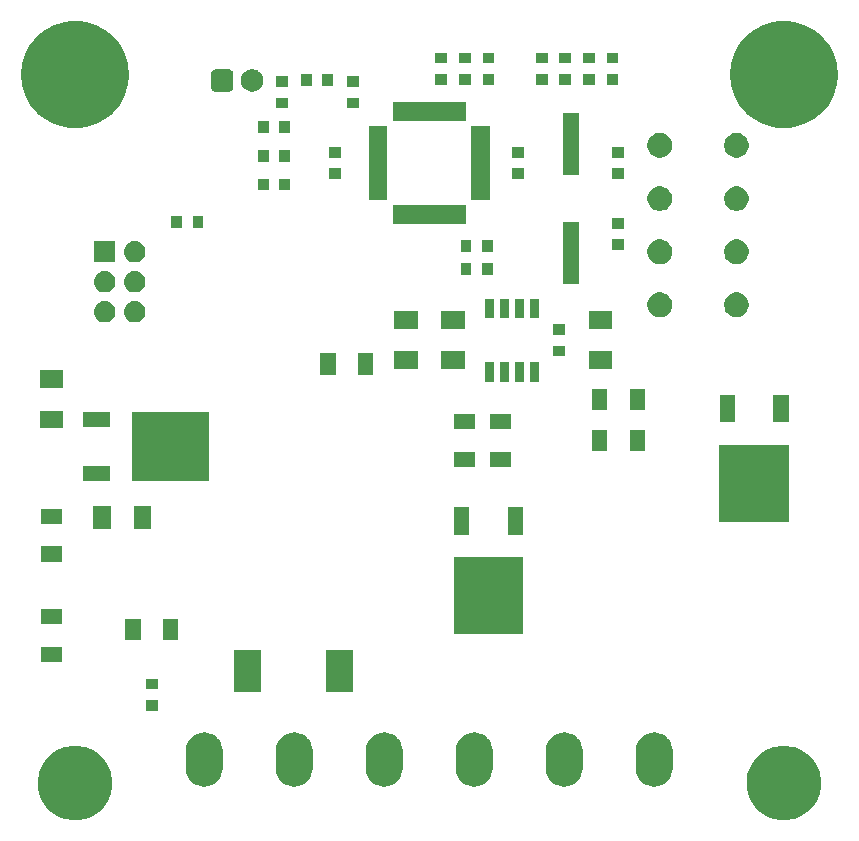
<source format=gbr>
%TF.GenerationSoftware,KiCad,Pcbnew,(5.1.0-rc1)*%
%TF.CreationDate,2020-07-29T19:39:05+03:00*%
%TF.ProjectId,home_pwm,686f6d65-5f70-4776-9d2e-6b696361645f,rev?*%
%TF.SameCoordinates,Original*%
%TF.FileFunction,Soldermask,Bot*%
%TF.FilePolarity,Negative*%
%FSLAX46Y46*%
G04 Gerber Fmt 4.6, Leading zero omitted, Abs format (unit mm)*
G04 Created by KiCad (PCBNEW (5.1.0-rc1)) date 2020-07-29 19:39:05*
%MOMM*%
%LPD*%
G04 APERTURE LIST*
%ADD10C,0.100000*%
G04 APERTURE END LIST*
D10*
G36*
X130716191Y-139429727D02*
G01*
X130919113Y-139470091D01*
X131492558Y-139707620D01*
X132008645Y-140052459D01*
X132447541Y-140491355D01*
X132792381Y-141007444D01*
X133029909Y-141580888D01*
X133082726Y-141846414D01*
X133151000Y-142189654D01*
X133151000Y-142810346D01*
X133029909Y-143419113D01*
X132792380Y-143992558D01*
X132447541Y-144508645D01*
X132008645Y-144947541D01*
X131492558Y-145292380D01*
X130919113Y-145529909D01*
X130716191Y-145570273D01*
X130310348Y-145651000D01*
X129689652Y-145651000D01*
X129283809Y-145570273D01*
X129080887Y-145529909D01*
X128507442Y-145292380D01*
X127991355Y-144947541D01*
X127552459Y-144508645D01*
X127207620Y-143992558D01*
X126970091Y-143419113D01*
X126849000Y-142810346D01*
X126849000Y-142189654D01*
X126917275Y-141846414D01*
X126970091Y-141580888D01*
X127207619Y-141007444D01*
X127552459Y-140491355D01*
X127991355Y-140052459D01*
X128507442Y-139707620D01*
X129080887Y-139470091D01*
X129283809Y-139429727D01*
X129689652Y-139349000D01*
X130310348Y-139349000D01*
X130716191Y-139429727D01*
X130716191Y-139429727D01*
G37*
G36*
X70716191Y-139429727D02*
G01*
X70919113Y-139470091D01*
X71492558Y-139707620D01*
X72008645Y-140052459D01*
X72447541Y-140491355D01*
X72792381Y-141007444D01*
X73029909Y-141580888D01*
X73082726Y-141846414D01*
X73151000Y-142189654D01*
X73151000Y-142810346D01*
X73029909Y-143419113D01*
X72792380Y-143992558D01*
X72447541Y-144508645D01*
X72008645Y-144947541D01*
X71492558Y-145292380D01*
X70919113Y-145529909D01*
X70716191Y-145570273D01*
X70310348Y-145651000D01*
X69689652Y-145651000D01*
X69283809Y-145570273D01*
X69080887Y-145529909D01*
X68507442Y-145292380D01*
X67991355Y-144947541D01*
X67552459Y-144508645D01*
X67207620Y-143992558D01*
X66970091Y-143419113D01*
X66849000Y-142810346D01*
X66849000Y-142189654D01*
X66917275Y-141846414D01*
X66970091Y-141580888D01*
X67207619Y-141007444D01*
X67552459Y-140491355D01*
X67991355Y-140052459D01*
X68507442Y-139707620D01*
X69080887Y-139470091D01*
X69283809Y-139429727D01*
X69689652Y-139349000D01*
X70310348Y-139349000D01*
X70716191Y-139429727D01*
X70716191Y-139429727D01*
G37*
G36*
X81254048Y-138221442D02*
G01*
X81546413Y-138310130D01*
X81546415Y-138310131D01*
X81815856Y-138454150D01*
X81815858Y-138454151D01*
X81815857Y-138454151D01*
X82052029Y-138647971D01*
X82139395Y-138754426D01*
X82245850Y-138884142D01*
X82389869Y-139153584D01*
X82389870Y-139153586D01*
X82478558Y-139445951D01*
X82501000Y-139673810D01*
X82501000Y-141326190D01*
X82478558Y-141554049D01*
X82470416Y-141580888D01*
X82389869Y-141846416D01*
X82245850Y-142115858D01*
X82052029Y-142352029D01*
X81815858Y-142545850D01*
X81546416Y-142689869D01*
X81546414Y-142689870D01*
X81254049Y-142778558D01*
X80950000Y-142808504D01*
X80645952Y-142778558D01*
X80353587Y-142689870D01*
X80353585Y-142689869D01*
X80084143Y-142545850D01*
X79847972Y-142352029D01*
X79654151Y-142115858D01*
X79510132Y-141846416D01*
X79429584Y-141580888D01*
X79421442Y-141554049D01*
X79399000Y-141326190D01*
X79399000Y-139673811D01*
X79421442Y-139445952D01*
X79510130Y-139153587D01*
X79654151Y-138884143D01*
X79847971Y-138647971D01*
X79954426Y-138560605D01*
X80084142Y-138454150D01*
X80353584Y-138310131D01*
X80353586Y-138310130D01*
X80645951Y-138221442D01*
X80950000Y-138191496D01*
X81254048Y-138221442D01*
X81254048Y-138221442D01*
G37*
G36*
X104114048Y-138221442D02*
G01*
X104406413Y-138310130D01*
X104406415Y-138310131D01*
X104675856Y-138454150D01*
X104675858Y-138454151D01*
X104675857Y-138454151D01*
X104912029Y-138647971D01*
X104999395Y-138754426D01*
X105105850Y-138884142D01*
X105249869Y-139153584D01*
X105249870Y-139153586D01*
X105338558Y-139445951D01*
X105361000Y-139673810D01*
X105361000Y-141326190D01*
X105338558Y-141554049D01*
X105330416Y-141580888D01*
X105249869Y-141846416D01*
X105105850Y-142115858D01*
X104912029Y-142352029D01*
X104675858Y-142545850D01*
X104406416Y-142689869D01*
X104406414Y-142689870D01*
X104114049Y-142778558D01*
X103810000Y-142808504D01*
X103505952Y-142778558D01*
X103213587Y-142689870D01*
X103213585Y-142689869D01*
X102944143Y-142545850D01*
X102707972Y-142352029D01*
X102514151Y-142115858D01*
X102370132Y-141846416D01*
X102289584Y-141580888D01*
X102281442Y-141554049D01*
X102259000Y-141326190D01*
X102259000Y-139673811D01*
X102281442Y-139445952D01*
X102370130Y-139153587D01*
X102514151Y-138884143D01*
X102707971Y-138647971D01*
X102814426Y-138560605D01*
X102944142Y-138454150D01*
X103213584Y-138310131D01*
X103213586Y-138310130D01*
X103505951Y-138221442D01*
X103810000Y-138191496D01*
X104114048Y-138221442D01*
X104114048Y-138221442D01*
G37*
G36*
X96494048Y-138221442D02*
G01*
X96786413Y-138310130D01*
X96786415Y-138310131D01*
X97055856Y-138454150D01*
X97055858Y-138454151D01*
X97055857Y-138454151D01*
X97292029Y-138647971D01*
X97379395Y-138754426D01*
X97485850Y-138884142D01*
X97629869Y-139153584D01*
X97629870Y-139153586D01*
X97718558Y-139445951D01*
X97741000Y-139673810D01*
X97741000Y-141326190D01*
X97718558Y-141554049D01*
X97710416Y-141580888D01*
X97629869Y-141846416D01*
X97485850Y-142115858D01*
X97292029Y-142352029D01*
X97055858Y-142545850D01*
X96786416Y-142689869D01*
X96786414Y-142689870D01*
X96494049Y-142778558D01*
X96190000Y-142808504D01*
X95885952Y-142778558D01*
X95593587Y-142689870D01*
X95593585Y-142689869D01*
X95324143Y-142545850D01*
X95087972Y-142352029D01*
X94894151Y-142115858D01*
X94750132Y-141846416D01*
X94669584Y-141580888D01*
X94661442Y-141554049D01*
X94639000Y-141326190D01*
X94639000Y-139673811D01*
X94661442Y-139445952D01*
X94750130Y-139153587D01*
X94894151Y-138884143D01*
X95087971Y-138647971D01*
X95194426Y-138560605D01*
X95324142Y-138454150D01*
X95593584Y-138310131D01*
X95593586Y-138310130D01*
X95885951Y-138221442D01*
X96190000Y-138191496D01*
X96494048Y-138221442D01*
X96494048Y-138221442D01*
G37*
G36*
X111734048Y-138221442D02*
G01*
X112026413Y-138310130D01*
X112026415Y-138310131D01*
X112295856Y-138454150D01*
X112295858Y-138454151D01*
X112295857Y-138454151D01*
X112532029Y-138647971D01*
X112619395Y-138754426D01*
X112725850Y-138884142D01*
X112869869Y-139153584D01*
X112869870Y-139153586D01*
X112958558Y-139445951D01*
X112981000Y-139673810D01*
X112981000Y-141326190D01*
X112958558Y-141554049D01*
X112950416Y-141580888D01*
X112869869Y-141846416D01*
X112725850Y-142115858D01*
X112532029Y-142352029D01*
X112295858Y-142545850D01*
X112026416Y-142689869D01*
X112026414Y-142689870D01*
X111734049Y-142778558D01*
X111430000Y-142808504D01*
X111125952Y-142778558D01*
X110833587Y-142689870D01*
X110833585Y-142689869D01*
X110564143Y-142545850D01*
X110327972Y-142352029D01*
X110134151Y-142115858D01*
X109990132Y-141846416D01*
X109909584Y-141580888D01*
X109901442Y-141554049D01*
X109879000Y-141326190D01*
X109879000Y-139673811D01*
X109901442Y-139445952D01*
X109990130Y-139153587D01*
X110134151Y-138884143D01*
X110327971Y-138647971D01*
X110434426Y-138560605D01*
X110564142Y-138454150D01*
X110833584Y-138310131D01*
X110833586Y-138310130D01*
X111125951Y-138221442D01*
X111430000Y-138191496D01*
X111734048Y-138221442D01*
X111734048Y-138221442D01*
G37*
G36*
X88874048Y-138221442D02*
G01*
X89166413Y-138310130D01*
X89166415Y-138310131D01*
X89435856Y-138454150D01*
X89435858Y-138454151D01*
X89435857Y-138454151D01*
X89672029Y-138647971D01*
X89759395Y-138754426D01*
X89865850Y-138884142D01*
X90009869Y-139153584D01*
X90009870Y-139153586D01*
X90098558Y-139445951D01*
X90121000Y-139673810D01*
X90121000Y-141326190D01*
X90098558Y-141554049D01*
X90090416Y-141580888D01*
X90009869Y-141846416D01*
X89865850Y-142115858D01*
X89672029Y-142352029D01*
X89435858Y-142545850D01*
X89166416Y-142689869D01*
X89166414Y-142689870D01*
X88874049Y-142778558D01*
X88570000Y-142808504D01*
X88265952Y-142778558D01*
X87973587Y-142689870D01*
X87973585Y-142689869D01*
X87704143Y-142545850D01*
X87467972Y-142352029D01*
X87274151Y-142115858D01*
X87130132Y-141846416D01*
X87049584Y-141580888D01*
X87041442Y-141554049D01*
X87019000Y-141326190D01*
X87019000Y-139673811D01*
X87041442Y-139445952D01*
X87130130Y-139153587D01*
X87274151Y-138884143D01*
X87467971Y-138647971D01*
X87574426Y-138560605D01*
X87704142Y-138454150D01*
X87973584Y-138310131D01*
X87973586Y-138310130D01*
X88265951Y-138221442D01*
X88570000Y-138191496D01*
X88874048Y-138221442D01*
X88874048Y-138221442D01*
G37*
G36*
X119354048Y-138221442D02*
G01*
X119646413Y-138310130D01*
X119646415Y-138310131D01*
X119915856Y-138454150D01*
X119915858Y-138454151D01*
X119915857Y-138454151D01*
X120152029Y-138647971D01*
X120239395Y-138754426D01*
X120345850Y-138884142D01*
X120489869Y-139153584D01*
X120489870Y-139153586D01*
X120578558Y-139445951D01*
X120601000Y-139673810D01*
X120601000Y-141326190D01*
X120578558Y-141554049D01*
X120570416Y-141580888D01*
X120489869Y-141846416D01*
X120345850Y-142115858D01*
X120152029Y-142352029D01*
X119915858Y-142545850D01*
X119646416Y-142689869D01*
X119646414Y-142689870D01*
X119354049Y-142778558D01*
X119050000Y-142808504D01*
X118745952Y-142778558D01*
X118453587Y-142689870D01*
X118453585Y-142689869D01*
X118184143Y-142545850D01*
X117947972Y-142352029D01*
X117754151Y-142115858D01*
X117610132Y-141846416D01*
X117529584Y-141580888D01*
X117521442Y-141554049D01*
X117499000Y-141326190D01*
X117499000Y-139673811D01*
X117521442Y-139445952D01*
X117610130Y-139153587D01*
X117754151Y-138884143D01*
X117947971Y-138647971D01*
X118054426Y-138560605D01*
X118184142Y-138454150D01*
X118453584Y-138310131D01*
X118453586Y-138310130D01*
X118745951Y-138221442D01*
X119050000Y-138191496D01*
X119354048Y-138221442D01*
X119354048Y-138221442D01*
G37*
G36*
X77001000Y-136351000D02*
G01*
X75999000Y-136351000D01*
X75999000Y-135449000D01*
X77001000Y-135449000D01*
X77001000Y-136351000D01*
X77001000Y-136351000D01*
G37*
G36*
X85751000Y-134751000D02*
G01*
X83449000Y-134751000D01*
X83449000Y-131249000D01*
X85751000Y-131249000D01*
X85751000Y-134751000D01*
X85751000Y-134751000D01*
G37*
G36*
X93551000Y-134751000D02*
G01*
X91249000Y-134751000D01*
X91249000Y-131249000D01*
X93551000Y-131249000D01*
X93551000Y-134751000D01*
X93551000Y-134751000D01*
G37*
G36*
X77001000Y-134551000D02*
G01*
X75999000Y-134551000D01*
X75999000Y-133649000D01*
X77001000Y-133649000D01*
X77001000Y-134551000D01*
X77001000Y-134551000D01*
G37*
G36*
X68901000Y-132251000D02*
G01*
X67099000Y-132251000D01*
X67099000Y-130949000D01*
X68901000Y-130949000D01*
X68901000Y-132251000D01*
X68901000Y-132251000D01*
G37*
G36*
X75551000Y-130401000D02*
G01*
X74249000Y-130401000D01*
X74249000Y-128599000D01*
X75551000Y-128599000D01*
X75551000Y-130401000D01*
X75551000Y-130401000D01*
G37*
G36*
X78751000Y-130401000D02*
G01*
X77449000Y-130401000D01*
X77449000Y-128599000D01*
X78751000Y-128599000D01*
X78751000Y-130401000D01*
X78751000Y-130401000D01*
G37*
G36*
X107951000Y-129851000D02*
G01*
X102049000Y-129851000D01*
X102049000Y-123349000D01*
X107951000Y-123349000D01*
X107951000Y-129851000D01*
X107951000Y-129851000D01*
G37*
G36*
X68901000Y-129051000D02*
G01*
X67099000Y-129051000D01*
X67099000Y-127749000D01*
X68901000Y-127749000D01*
X68901000Y-129051000D01*
X68901000Y-129051000D01*
G37*
G36*
X68901000Y-123751000D02*
G01*
X67099000Y-123751000D01*
X67099000Y-122449000D01*
X68901000Y-122449000D01*
X68901000Y-123751000D01*
X68901000Y-123751000D01*
G37*
G36*
X103371000Y-121451000D02*
G01*
X102069000Y-121451000D01*
X102069000Y-119149000D01*
X103371000Y-119149000D01*
X103371000Y-121451000D01*
X103371000Y-121451000D01*
G37*
G36*
X107931000Y-121451000D02*
G01*
X106629000Y-121451000D01*
X106629000Y-119149000D01*
X107931000Y-119149000D01*
X107931000Y-121451000D01*
X107931000Y-121451000D01*
G37*
G36*
X76451000Y-121001000D02*
G01*
X74949000Y-121001000D01*
X74949000Y-118999000D01*
X76451000Y-118999000D01*
X76451000Y-121001000D01*
X76451000Y-121001000D01*
G37*
G36*
X73051000Y-121001000D02*
G01*
X71549000Y-121001000D01*
X71549000Y-118999000D01*
X73051000Y-118999000D01*
X73051000Y-121001000D01*
X73051000Y-121001000D01*
G37*
G36*
X68901000Y-120551000D02*
G01*
X67099000Y-120551000D01*
X67099000Y-119249000D01*
X68901000Y-119249000D01*
X68901000Y-120551000D01*
X68901000Y-120551000D01*
G37*
G36*
X130451000Y-120351000D02*
G01*
X124549000Y-120351000D01*
X124549000Y-113849000D01*
X130451000Y-113849000D01*
X130451000Y-120351000D01*
X130451000Y-120351000D01*
G37*
G36*
X81351000Y-116951000D02*
G01*
X74849000Y-116951000D01*
X74849000Y-111049000D01*
X81351000Y-111049000D01*
X81351000Y-116951000D01*
X81351000Y-116951000D01*
G37*
G36*
X72951000Y-116931000D02*
G01*
X70649000Y-116931000D01*
X70649000Y-115629000D01*
X72951000Y-115629000D01*
X72951000Y-116931000D01*
X72951000Y-116931000D01*
G37*
G36*
X106901000Y-115751000D02*
G01*
X105099000Y-115751000D01*
X105099000Y-114449000D01*
X106901000Y-114449000D01*
X106901000Y-115751000D01*
X106901000Y-115751000D01*
G37*
G36*
X103901000Y-115751000D02*
G01*
X102099000Y-115751000D01*
X102099000Y-114449000D01*
X103901000Y-114449000D01*
X103901000Y-115751000D01*
X103901000Y-115751000D01*
G37*
G36*
X115051000Y-114401000D02*
G01*
X113749000Y-114401000D01*
X113749000Y-112599000D01*
X115051000Y-112599000D01*
X115051000Y-114401000D01*
X115051000Y-114401000D01*
G37*
G36*
X118251000Y-114401000D02*
G01*
X116949000Y-114401000D01*
X116949000Y-112599000D01*
X118251000Y-112599000D01*
X118251000Y-114401000D01*
X118251000Y-114401000D01*
G37*
G36*
X106901000Y-112551000D02*
G01*
X105099000Y-112551000D01*
X105099000Y-111249000D01*
X106901000Y-111249000D01*
X106901000Y-112551000D01*
X106901000Y-112551000D01*
G37*
G36*
X103901000Y-112551000D02*
G01*
X102099000Y-112551000D01*
X102099000Y-111249000D01*
X103901000Y-111249000D01*
X103901000Y-112551000D01*
X103901000Y-112551000D01*
G37*
G36*
X69001000Y-112451000D02*
G01*
X66999000Y-112451000D01*
X66999000Y-110949000D01*
X69001000Y-110949000D01*
X69001000Y-112451000D01*
X69001000Y-112451000D01*
G37*
G36*
X72951000Y-112371000D02*
G01*
X70649000Y-112371000D01*
X70649000Y-111069000D01*
X72951000Y-111069000D01*
X72951000Y-112371000D01*
X72951000Y-112371000D01*
G37*
G36*
X125871000Y-111951000D02*
G01*
X124569000Y-111951000D01*
X124569000Y-109649000D01*
X125871000Y-109649000D01*
X125871000Y-111951000D01*
X125871000Y-111951000D01*
G37*
G36*
X130431000Y-111951000D02*
G01*
X129129000Y-111951000D01*
X129129000Y-109649000D01*
X130431000Y-109649000D01*
X130431000Y-111951000D01*
X130431000Y-111951000D01*
G37*
G36*
X118251000Y-110901000D02*
G01*
X116949000Y-110901000D01*
X116949000Y-109099000D01*
X118251000Y-109099000D01*
X118251000Y-110901000D01*
X118251000Y-110901000D01*
G37*
G36*
X115051000Y-110901000D02*
G01*
X113749000Y-110901000D01*
X113749000Y-109099000D01*
X115051000Y-109099000D01*
X115051000Y-110901000D01*
X115051000Y-110901000D01*
G37*
G36*
X69001000Y-109051000D02*
G01*
X66999000Y-109051000D01*
X66999000Y-107549000D01*
X69001000Y-107549000D01*
X69001000Y-109051000D01*
X69001000Y-109051000D01*
G37*
G36*
X106716000Y-108526000D02*
G01*
X106014000Y-108526000D01*
X106014000Y-106874000D01*
X106716000Y-106874000D01*
X106716000Y-108526000D01*
X106716000Y-108526000D01*
G37*
G36*
X105446000Y-108526000D02*
G01*
X104744000Y-108526000D01*
X104744000Y-106874000D01*
X105446000Y-106874000D01*
X105446000Y-108526000D01*
X105446000Y-108526000D01*
G37*
G36*
X109256000Y-108526000D02*
G01*
X108554000Y-108526000D01*
X108554000Y-106874000D01*
X109256000Y-106874000D01*
X109256000Y-108526000D01*
X109256000Y-108526000D01*
G37*
G36*
X107986000Y-108526000D02*
G01*
X107284000Y-108526000D01*
X107284000Y-106874000D01*
X107986000Y-106874000D01*
X107986000Y-108526000D01*
X107986000Y-108526000D01*
G37*
G36*
X95251000Y-107901000D02*
G01*
X93949000Y-107901000D01*
X93949000Y-106099000D01*
X95251000Y-106099000D01*
X95251000Y-107901000D01*
X95251000Y-107901000D01*
G37*
G36*
X92051000Y-107901000D02*
G01*
X90749000Y-107901000D01*
X90749000Y-106099000D01*
X92051000Y-106099000D01*
X92051000Y-107901000D01*
X92051000Y-107901000D01*
G37*
G36*
X99001000Y-107451000D02*
G01*
X96999000Y-107451000D01*
X96999000Y-105949000D01*
X99001000Y-105949000D01*
X99001000Y-107451000D01*
X99001000Y-107451000D01*
G37*
G36*
X115501000Y-107451000D02*
G01*
X113499000Y-107451000D01*
X113499000Y-105949000D01*
X115501000Y-105949000D01*
X115501000Y-107451000D01*
X115501000Y-107451000D01*
G37*
G36*
X103001000Y-107451000D02*
G01*
X100999000Y-107451000D01*
X100999000Y-105949000D01*
X103001000Y-105949000D01*
X103001000Y-107451000D01*
X103001000Y-107451000D01*
G37*
G36*
X111501000Y-106351000D02*
G01*
X110499000Y-106351000D01*
X110499000Y-105449000D01*
X111501000Y-105449000D01*
X111501000Y-106351000D01*
X111501000Y-106351000D01*
G37*
G36*
X111501000Y-104551000D02*
G01*
X110499000Y-104551000D01*
X110499000Y-103649000D01*
X111501000Y-103649000D01*
X111501000Y-104551000D01*
X111501000Y-104551000D01*
G37*
G36*
X103001000Y-104051000D02*
G01*
X100999000Y-104051000D01*
X100999000Y-102549000D01*
X103001000Y-102549000D01*
X103001000Y-104051000D01*
X103001000Y-104051000D01*
G37*
G36*
X115501000Y-104051000D02*
G01*
X113499000Y-104051000D01*
X113499000Y-102549000D01*
X115501000Y-102549000D01*
X115501000Y-104051000D01*
X115501000Y-104051000D01*
G37*
G36*
X99001000Y-104051000D02*
G01*
X96999000Y-104051000D01*
X96999000Y-102549000D01*
X99001000Y-102549000D01*
X99001000Y-104051000D01*
X99001000Y-104051000D01*
G37*
G36*
X72679294Y-101678633D02*
G01*
X72851695Y-101730931D01*
X73010583Y-101815858D01*
X73149849Y-101930151D01*
X73264142Y-102069417D01*
X73349069Y-102228305D01*
X73401367Y-102400706D01*
X73419025Y-102580000D01*
X73401367Y-102759294D01*
X73349069Y-102931695D01*
X73264142Y-103090583D01*
X73149849Y-103229849D01*
X73010583Y-103344142D01*
X72851695Y-103429069D01*
X72679294Y-103481367D01*
X72544931Y-103494600D01*
X72455069Y-103494600D01*
X72320706Y-103481367D01*
X72148305Y-103429069D01*
X71989417Y-103344142D01*
X71850151Y-103229849D01*
X71735858Y-103090583D01*
X71650931Y-102931695D01*
X71598633Y-102759294D01*
X71580975Y-102580000D01*
X71598633Y-102400706D01*
X71650931Y-102228305D01*
X71735858Y-102069417D01*
X71850151Y-101930151D01*
X71989417Y-101815858D01*
X72148305Y-101730931D01*
X72320706Y-101678633D01*
X72455069Y-101665400D01*
X72544931Y-101665400D01*
X72679294Y-101678633D01*
X72679294Y-101678633D01*
G37*
G36*
X75219294Y-101678633D02*
G01*
X75391695Y-101730931D01*
X75550583Y-101815858D01*
X75689849Y-101930151D01*
X75804142Y-102069417D01*
X75889069Y-102228305D01*
X75941367Y-102400706D01*
X75959025Y-102580000D01*
X75941367Y-102759294D01*
X75889069Y-102931695D01*
X75804142Y-103090583D01*
X75689849Y-103229849D01*
X75550583Y-103344142D01*
X75391695Y-103429069D01*
X75219294Y-103481367D01*
X75084931Y-103494600D01*
X74995069Y-103494600D01*
X74860706Y-103481367D01*
X74688305Y-103429069D01*
X74529417Y-103344142D01*
X74390151Y-103229849D01*
X74275858Y-103090583D01*
X74190931Y-102931695D01*
X74138633Y-102759294D01*
X74120975Y-102580000D01*
X74138633Y-102400706D01*
X74190931Y-102228305D01*
X74275858Y-102069417D01*
X74390151Y-101930151D01*
X74529417Y-101815858D01*
X74688305Y-101730931D01*
X74860706Y-101678633D01*
X74995069Y-101665400D01*
X75084931Y-101665400D01*
X75219294Y-101678633D01*
X75219294Y-101678633D01*
G37*
G36*
X105446000Y-103126000D02*
G01*
X104744000Y-103126000D01*
X104744000Y-101474000D01*
X105446000Y-101474000D01*
X105446000Y-103126000D01*
X105446000Y-103126000D01*
G37*
G36*
X107986000Y-103126000D02*
G01*
X107284000Y-103126000D01*
X107284000Y-101474000D01*
X107986000Y-101474000D01*
X107986000Y-103126000D01*
X107986000Y-103126000D01*
G37*
G36*
X106716000Y-103126000D02*
G01*
X106014000Y-103126000D01*
X106014000Y-101474000D01*
X106716000Y-101474000D01*
X106716000Y-103126000D01*
X106716000Y-103126000D01*
G37*
G36*
X109256000Y-103126000D02*
G01*
X108554000Y-103126000D01*
X108554000Y-101474000D01*
X109256000Y-101474000D01*
X109256000Y-103126000D01*
X109256000Y-103126000D01*
G37*
G36*
X119806564Y-100989389D02*
G01*
X119997833Y-101068615D01*
X119997835Y-101068616D01*
X120169973Y-101183635D01*
X120316365Y-101330027D01*
X120412565Y-101474000D01*
X120431385Y-101502167D01*
X120510611Y-101693436D01*
X120551000Y-101896484D01*
X120551000Y-102103516D01*
X120510611Y-102306564D01*
X120431385Y-102497833D01*
X120431384Y-102497835D01*
X120316365Y-102669973D01*
X120169973Y-102816365D01*
X119997835Y-102931384D01*
X119997834Y-102931385D01*
X119997833Y-102931385D01*
X119806564Y-103010611D01*
X119603516Y-103051000D01*
X119396484Y-103051000D01*
X119193436Y-103010611D01*
X119002167Y-102931385D01*
X119002166Y-102931385D01*
X119002165Y-102931384D01*
X118830027Y-102816365D01*
X118683635Y-102669973D01*
X118568616Y-102497835D01*
X118568615Y-102497833D01*
X118489389Y-102306564D01*
X118449000Y-102103516D01*
X118449000Y-101896484D01*
X118489389Y-101693436D01*
X118568615Y-101502167D01*
X118587436Y-101474000D01*
X118683635Y-101330027D01*
X118830027Y-101183635D01*
X119002165Y-101068616D01*
X119002167Y-101068615D01*
X119193436Y-100989389D01*
X119396484Y-100949000D01*
X119603516Y-100949000D01*
X119806564Y-100989389D01*
X119806564Y-100989389D01*
G37*
G36*
X126306564Y-100989389D02*
G01*
X126497833Y-101068615D01*
X126497835Y-101068616D01*
X126669973Y-101183635D01*
X126816365Y-101330027D01*
X126912565Y-101474000D01*
X126931385Y-101502167D01*
X127010611Y-101693436D01*
X127051000Y-101896484D01*
X127051000Y-102103516D01*
X127010611Y-102306564D01*
X126931385Y-102497833D01*
X126931384Y-102497835D01*
X126816365Y-102669973D01*
X126669973Y-102816365D01*
X126497835Y-102931384D01*
X126497834Y-102931385D01*
X126497833Y-102931385D01*
X126306564Y-103010611D01*
X126103516Y-103051000D01*
X125896484Y-103051000D01*
X125693436Y-103010611D01*
X125502167Y-102931385D01*
X125502166Y-102931385D01*
X125502165Y-102931384D01*
X125330027Y-102816365D01*
X125183635Y-102669973D01*
X125068616Y-102497835D01*
X125068615Y-102497833D01*
X124989389Y-102306564D01*
X124949000Y-102103516D01*
X124949000Y-101896484D01*
X124989389Y-101693436D01*
X125068615Y-101502167D01*
X125087436Y-101474000D01*
X125183635Y-101330027D01*
X125330027Y-101183635D01*
X125502165Y-101068616D01*
X125502167Y-101068615D01*
X125693436Y-100989389D01*
X125896484Y-100949000D01*
X126103516Y-100949000D01*
X126306564Y-100989389D01*
X126306564Y-100989389D01*
G37*
G36*
X72679294Y-99138633D02*
G01*
X72851695Y-99190931D01*
X73010583Y-99275858D01*
X73149849Y-99390151D01*
X73264142Y-99529417D01*
X73349069Y-99688305D01*
X73401367Y-99860706D01*
X73419025Y-100040000D01*
X73401367Y-100219294D01*
X73349069Y-100391695D01*
X73264142Y-100550583D01*
X73149849Y-100689849D01*
X73010583Y-100804142D01*
X72851695Y-100889069D01*
X72679294Y-100941367D01*
X72544931Y-100954600D01*
X72455069Y-100954600D01*
X72320706Y-100941367D01*
X72148305Y-100889069D01*
X71989417Y-100804142D01*
X71850151Y-100689849D01*
X71735858Y-100550583D01*
X71650931Y-100391695D01*
X71598633Y-100219294D01*
X71580975Y-100040000D01*
X71598633Y-99860706D01*
X71650931Y-99688305D01*
X71735858Y-99529417D01*
X71850151Y-99390151D01*
X71989417Y-99275858D01*
X72148305Y-99190931D01*
X72320706Y-99138633D01*
X72455069Y-99125400D01*
X72544931Y-99125400D01*
X72679294Y-99138633D01*
X72679294Y-99138633D01*
G37*
G36*
X75219294Y-99138633D02*
G01*
X75391695Y-99190931D01*
X75550583Y-99275858D01*
X75689849Y-99390151D01*
X75804142Y-99529417D01*
X75889069Y-99688305D01*
X75941367Y-99860706D01*
X75959025Y-100040000D01*
X75941367Y-100219294D01*
X75889069Y-100391695D01*
X75804142Y-100550583D01*
X75689849Y-100689849D01*
X75550583Y-100804142D01*
X75391695Y-100889069D01*
X75219294Y-100941367D01*
X75084931Y-100954600D01*
X74995069Y-100954600D01*
X74860706Y-100941367D01*
X74688305Y-100889069D01*
X74529417Y-100804142D01*
X74390151Y-100689849D01*
X74275858Y-100550583D01*
X74190931Y-100391695D01*
X74138633Y-100219294D01*
X74120975Y-100040000D01*
X74138633Y-99860706D01*
X74190931Y-99688305D01*
X74275858Y-99529417D01*
X74390151Y-99390151D01*
X74529417Y-99275858D01*
X74688305Y-99190931D01*
X74860706Y-99138633D01*
X74995069Y-99125400D01*
X75084931Y-99125400D01*
X75219294Y-99138633D01*
X75219294Y-99138633D01*
G37*
G36*
X112701000Y-100201000D02*
G01*
X111299000Y-100201000D01*
X111299000Y-94999000D01*
X112701000Y-94999000D01*
X112701000Y-100201000D01*
X112701000Y-100201000D01*
G37*
G36*
X105351000Y-99501000D02*
G01*
X104449000Y-99501000D01*
X104449000Y-98499000D01*
X105351000Y-98499000D01*
X105351000Y-99501000D01*
X105351000Y-99501000D01*
G37*
G36*
X103551000Y-99501000D02*
G01*
X102649000Y-99501000D01*
X102649000Y-98499000D01*
X103551000Y-98499000D01*
X103551000Y-99501000D01*
X103551000Y-99501000D01*
G37*
G36*
X119806564Y-96489389D02*
G01*
X119997833Y-96568615D01*
X119997835Y-96568616D01*
X120169973Y-96683635D01*
X120316365Y-96830027D01*
X120431385Y-97002167D01*
X120510611Y-97193436D01*
X120551000Y-97396484D01*
X120551000Y-97603516D01*
X120510611Y-97806564D01*
X120431385Y-97997833D01*
X120431384Y-97997835D01*
X120316365Y-98169973D01*
X120169973Y-98316365D01*
X119997835Y-98431384D01*
X119997834Y-98431385D01*
X119997833Y-98431385D01*
X119806564Y-98510611D01*
X119603516Y-98551000D01*
X119396484Y-98551000D01*
X119193436Y-98510611D01*
X119002167Y-98431385D01*
X119002166Y-98431385D01*
X119002165Y-98431384D01*
X118830027Y-98316365D01*
X118683635Y-98169973D01*
X118568616Y-97997835D01*
X118568615Y-97997833D01*
X118489389Y-97806564D01*
X118449000Y-97603516D01*
X118449000Y-97396484D01*
X118489389Y-97193436D01*
X118568615Y-97002167D01*
X118683635Y-96830027D01*
X118830027Y-96683635D01*
X119002165Y-96568616D01*
X119002167Y-96568615D01*
X119193436Y-96489389D01*
X119396484Y-96449000D01*
X119603516Y-96449000D01*
X119806564Y-96489389D01*
X119806564Y-96489389D01*
G37*
G36*
X126306564Y-96489389D02*
G01*
X126497833Y-96568615D01*
X126497835Y-96568616D01*
X126669973Y-96683635D01*
X126816365Y-96830027D01*
X126931385Y-97002167D01*
X127010611Y-97193436D01*
X127051000Y-97396484D01*
X127051000Y-97603516D01*
X127010611Y-97806564D01*
X126931385Y-97997833D01*
X126931384Y-97997835D01*
X126816365Y-98169973D01*
X126669973Y-98316365D01*
X126497835Y-98431384D01*
X126497834Y-98431385D01*
X126497833Y-98431385D01*
X126306564Y-98510611D01*
X126103516Y-98551000D01*
X125896484Y-98551000D01*
X125693436Y-98510611D01*
X125502167Y-98431385D01*
X125502166Y-98431385D01*
X125502165Y-98431384D01*
X125330027Y-98316365D01*
X125183635Y-98169973D01*
X125068616Y-97997835D01*
X125068615Y-97997833D01*
X124989389Y-97806564D01*
X124949000Y-97603516D01*
X124949000Y-97396484D01*
X124989389Y-97193436D01*
X125068615Y-97002167D01*
X125183635Y-96830027D01*
X125330027Y-96683635D01*
X125502165Y-96568616D01*
X125502167Y-96568615D01*
X125693436Y-96489389D01*
X125896484Y-96449000D01*
X126103516Y-96449000D01*
X126306564Y-96489389D01*
X126306564Y-96489389D01*
G37*
G36*
X73414600Y-98414600D02*
G01*
X71585400Y-98414600D01*
X71585400Y-96585400D01*
X73414600Y-96585400D01*
X73414600Y-98414600D01*
X73414600Y-98414600D01*
G37*
G36*
X75219294Y-96598633D02*
G01*
X75391695Y-96650931D01*
X75550583Y-96735858D01*
X75689849Y-96850151D01*
X75804142Y-96989417D01*
X75889069Y-97148305D01*
X75941367Y-97320706D01*
X75959025Y-97500000D01*
X75941367Y-97679294D01*
X75889069Y-97851695D01*
X75804142Y-98010583D01*
X75689849Y-98149849D01*
X75550583Y-98264142D01*
X75391695Y-98349069D01*
X75219294Y-98401367D01*
X75084931Y-98414600D01*
X74995069Y-98414600D01*
X74860706Y-98401367D01*
X74688305Y-98349069D01*
X74529417Y-98264142D01*
X74390151Y-98149849D01*
X74275858Y-98010583D01*
X74190931Y-97851695D01*
X74138633Y-97679294D01*
X74120975Y-97500000D01*
X74138633Y-97320706D01*
X74190931Y-97148305D01*
X74275858Y-96989417D01*
X74390151Y-96850151D01*
X74529417Y-96735858D01*
X74688305Y-96650931D01*
X74860706Y-96598633D01*
X74995069Y-96585400D01*
X75084931Y-96585400D01*
X75219294Y-96598633D01*
X75219294Y-96598633D01*
G37*
G36*
X105351000Y-97501000D02*
G01*
X104449000Y-97501000D01*
X104449000Y-96499000D01*
X105351000Y-96499000D01*
X105351000Y-97501000D01*
X105351000Y-97501000D01*
G37*
G36*
X103551000Y-97501000D02*
G01*
X102649000Y-97501000D01*
X102649000Y-96499000D01*
X103551000Y-96499000D01*
X103551000Y-97501000D01*
X103551000Y-97501000D01*
G37*
G36*
X116501000Y-97351000D02*
G01*
X115499000Y-97351000D01*
X115499000Y-96449000D01*
X116501000Y-96449000D01*
X116501000Y-97351000D01*
X116501000Y-97351000D01*
G37*
G36*
X116501000Y-95551000D02*
G01*
X115499000Y-95551000D01*
X115499000Y-94649000D01*
X116501000Y-94649000D01*
X116501000Y-95551000D01*
X116501000Y-95551000D01*
G37*
G36*
X80851000Y-95501000D02*
G01*
X79949000Y-95501000D01*
X79949000Y-94499000D01*
X80851000Y-94499000D01*
X80851000Y-95501000D01*
X80851000Y-95501000D01*
G37*
G36*
X79051000Y-95501000D02*
G01*
X78149000Y-95501000D01*
X78149000Y-94499000D01*
X79051000Y-94499000D01*
X79051000Y-95501000D01*
X79051000Y-95501000D01*
G37*
G36*
X103101000Y-95151000D02*
G01*
X96899000Y-95151000D01*
X96899000Y-93549000D01*
X103101000Y-93549000D01*
X103101000Y-95151000D01*
X103101000Y-95151000D01*
G37*
G36*
X119806564Y-91989389D02*
G01*
X119997833Y-92068615D01*
X119997835Y-92068616D01*
X120169973Y-92183635D01*
X120316365Y-92330027D01*
X120431385Y-92502167D01*
X120510611Y-92693436D01*
X120551000Y-92896484D01*
X120551000Y-93103516D01*
X120510611Y-93306564D01*
X120431385Y-93497833D01*
X120431384Y-93497835D01*
X120316365Y-93669973D01*
X120169973Y-93816365D01*
X119997835Y-93931384D01*
X119997834Y-93931385D01*
X119997833Y-93931385D01*
X119806564Y-94010611D01*
X119603516Y-94051000D01*
X119396484Y-94051000D01*
X119193436Y-94010611D01*
X119002167Y-93931385D01*
X119002166Y-93931385D01*
X119002165Y-93931384D01*
X118830027Y-93816365D01*
X118683635Y-93669973D01*
X118568616Y-93497835D01*
X118568615Y-93497833D01*
X118489389Y-93306564D01*
X118449000Y-93103516D01*
X118449000Y-92896484D01*
X118489389Y-92693436D01*
X118568615Y-92502167D01*
X118683635Y-92330027D01*
X118830027Y-92183635D01*
X119002165Y-92068616D01*
X119002167Y-92068615D01*
X119193436Y-91989389D01*
X119396484Y-91949000D01*
X119603516Y-91949000D01*
X119806564Y-91989389D01*
X119806564Y-91989389D01*
G37*
G36*
X126306564Y-91989389D02*
G01*
X126497833Y-92068615D01*
X126497835Y-92068616D01*
X126669973Y-92183635D01*
X126816365Y-92330027D01*
X126931385Y-92502167D01*
X127010611Y-92693436D01*
X127051000Y-92896484D01*
X127051000Y-93103516D01*
X127010611Y-93306564D01*
X126931385Y-93497833D01*
X126931384Y-93497835D01*
X126816365Y-93669973D01*
X126669973Y-93816365D01*
X126497835Y-93931384D01*
X126497834Y-93931385D01*
X126497833Y-93931385D01*
X126306564Y-94010611D01*
X126103516Y-94051000D01*
X125896484Y-94051000D01*
X125693436Y-94010611D01*
X125502167Y-93931385D01*
X125502166Y-93931385D01*
X125502165Y-93931384D01*
X125330027Y-93816365D01*
X125183635Y-93669973D01*
X125068616Y-93497835D01*
X125068615Y-93497833D01*
X124989389Y-93306564D01*
X124949000Y-93103516D01*
X124949000Y-92896484D01*
X124989389Y-92693436D01*
X125068615Y-92502167D01*
X125183635Y-92330027D01*
X125330027Y-92183635D01*
X125502165Y-92068616D01*
X125502167Y-92068615D01*
X125693436Y-91989389D01*
X125896484Y-91949000D01*
X126103516Y-91949000D01*
X126306564Y-91989389D01*
X126306564Y-91989389D01*
G37*
G36*
X105151000Y-93101000D02*
G01*
X103549000Y-93101000D01*
X103549000Y-86899000D01*
X105151000Y-86899000D01*
X105151000Y-93101000D01*
X105151000Y-93101000D01*
G37*
G36*
X96451000Y-93101000D02*
G01*
X94849000Y-93101000D01*
X94849000Y-86899000D01*
X96451000Y-86899000D01*
X96451000Y-93101000D01*
X96451000Y-93101000D01*
G37*
G36*
X86408506Y-92315719D02*
G01*
X85506506Y-92315719D01*
X85506506Y-91313719D01*
X86408506Y-91313719D01*
X86408506Y-92315719D01*
X86408506Y-92315719D01*
G37*
G36*
X88208506Y-92315719D02*
G01*
X87306506Y-92315719D01*
X87306506Y-91313719D01*
X88208506Y-91313719D01*
X88208506Y-92315719D01*
X88208506Y-92315719D01*
G37*
G36*
X92501000Y-91351000D02*
G01*
X91499000Y-91351000D01*
X91499000Y-90449000D01*
X92501000Y-90449000D01*
X92501000Y-91351000D01*
X92501000Y-91351000D01*
G37*
G36*
X108001000Y-91351000D02*
G01*
X106999000Y-91351000D01*
X106999000Y-90449000D01*
X108001000Y-90449000D01*
X108001000Y-91351000D01*
X108001000Y-91351000D01*
G37*
G36*
X116501000Y-91351000D02*
G01*
X115499000Y-91351000D01*
X115499000Y-90449000D01*
X116501000Y-90449000D01*
X116501000Y-91351000D01*
X116501000Y-91351000D01*
G37*
G36*
X112701000Y-91001000D02*
G01*
X111299000Y-91001000D01*
X111299000Y-85799000D01*
X112701000Y-85799000D01*
X112701000Y-91001000D01*
X112701000Y-91001000D01*
G37*
G36*
X88208506Y-89865719D02*
G01*
X87306506Y-89865719D01*
X87306506Y-88863719D01*
X88208506Y-88863719D01*
X88208506Y-89865719D01*
X88208506Y-89865719D01*
G37*
G36*
X86408506Y-89865719D02*
G01*
X85506506Y-89865719D01*
X85506506Y-88863719D01*
X86408506Y-88863719D01*
X86408506Y-89865719D01*
X86408506Y-89865719D01*
G37*
G36*
X108001000Y-89551000D02*
G01*
X106999000Y-89551000D01*
X106999000Y-88649000D01*
X108001000Y-88649000D01*
X108001000Y-89551000D01*
X108001000Y-89551000D01*
G37*
G36*
X126306564Y-87489389D02*
G01*
X126497833Y-87568615D01*
X126497835Y-87568616D01*
X126669973Y-87683635D01*
X126816365Y-87830027D01*
X126931385Y-88002167D01*
X127010611Y-88193436D01*
X127051000Y-88396484D01*
X127051000Y-88603516D01*
X127010611Y-88806564D01*
X126931385Y-88997833D01*
X126931384Y-88997835D01*
X126816365Y-89169973D01*
X126669973Y-89316365D01*
X126497835Y-89431384D01*
X126497834Y-89431385D01*
X126497833Y-89431385D01*
X126306564Y-89510611D01*
X126103516Y-89551000D01*
X125896484Y-89551000D01*
X125693436Y-89510611D01*
X125502167Y-89431385D01*
X125502166Y-89431385D01*
X125502165Y-89431384D01*
X125330027Y-89316365D01*
X125183635Y-89169973D01*
X125068616Y-88997835D01*
X125068615Y-88997833D01*
X124989389Y-88806564D01*
X124949000Y-88603516D01*
X124949000Y-88396484D01*
X124989389Y-88193436D01*
X125068615Y-88002167D01*
X125183635Y-87830027D01*
X125330027Y-87683635D01*
X125502165Y-87568616D01*
X125502167Y-87568615D01*
X125693436Y-87489389D01*
X125896484Y-87449000D01*
X126103516Y-87449000D01*
X126306564Y-87489389D01*
X126306564Y-87489389D01*
G37*
G36*
X92501000Y-89551000D02*
G01*
X91499000Y-89551000D01*
X91499000Y-88649000D01*
X92501000Y-88649000D01*
X92501000Y-89551000D01*
X92501000Y-89551000D01*
G37*
G36*
X119806564Y-87489389D02*
G01*
X119997833Y-87568615D01*
X119997835Y-87568616D01*
X120169973Y-87683635D01*
X120316365Y-87830027D01*
X120431385Y-88002167D01*
X120510611Y-88193436D01*
X120551000Y-88396484D01*
X120551000Y-88603516D01*
X120510611Y-88806564D01*
X120431385Y-88997833D01*
X120431384Y-88997835D01*
X120316365Y-89169973D01*
X120169973Y-89316365D01*
X119997835Y-89431384D01*
X119997834Y-89431385D01*
X119997833Y-89431385D01*
X119806564Y-89510611D01*
X119603516Y-89551000D01*
X119396484Y-89551000D01*
X119193436Y-89510611D01*
X119002167Y-89431385D01*
X119002166Y-89431385D01*
X119002165Y-89431384D01*
X118830027Y-89316365D01*
X118683635Y-89169973D01*
X118568616Y-88997835D01*
X118568615Y-88997833D01*
X118489389Y-88806564D01*
X118449000Y-88603516D01*
X118449000Y-88396484D01*
X118489389Y-88193436D01*
X118568615Y-88002167D01*
X118683635Y-87830027D01*
X118830027Y-87683635D01*
X119002165Y-87568616D01*
X119002167Y-87568615D01*
X119193436Y-87489389D01*
X119396484Y-87449000D01*
X119603516Y-87449000D01*
X119806564Y-87489389D01*
X119806564Y-87489389D01*
G37*
G36*
X116501000Y-89551000D02*
G01*
X115499000Y-89551000D01*
X115499000Y-88649000D01*
X116501000Y-88649000D01*
X116501000Y-89551000D01*
X116501000Y-89551000D01*
G37*
G36*
X86408506Y-87415719D02*
G01*
X85506506Y-87415719D01*
X85506506Y-86413719D01*
X86408506Y-86413719D01*
X86408506Y-87415719D01*
X86408506Y-87415719D01*
G37*
G36*
X88208506Y-87415719D02*
G01*
X87306506Y-87415719D01*
X87306506Y-86413719D01*
X88208506Y-86413719D01*
X88208506Y-87415719D01*
X88208506Y-87415719D01*
G37*
G36*
X70446433Y-77970950D02*
G01*
X70892152Y-78014849D01*
X71750019Y-78275080D01*
X71750022Y-78275081D01*
X72540630Y-78697670D01*
X72540633Y-78697672D01*
X72540634Y-78697673D01*
X73233613Y-79266387D01*
X73680994Y-79811521D01*
X73802330Y-79959370D01*
X74224919Y-80749978D01*
X74224920Y-80749981D01*
X74485151Y-81607848D01*
X74573020Y-82500000D01*
X74485151Y-83392152D01*
X74326712Y-83914454D01*
X74224919Y-84250022D01*
X73802330Y-85040630D01*
X73802328Y-85040633D01*
X73802327Y-85040634D01*
X73233613Y-85733613D01*
X73016396Y-85911879D01*
X72540630Y-86302330D01*
X71750022Y-86724919D01*
X71750019Y-86724920D01*
X70892152Y-86985151D01*
X70446433Y-87029050D01*
X70223575Y-87051000D01*
X69776425Y-87051000D01*
X69553567Y-87029050D01*
X69107848Y-86985151D01*
X68249981Y-86724920D01*
X68249978Y-86724919D01*
X67459370Y-86302330D01*
X66983605Y-85911879D01*
X66766387Y-85733613D01*
X66197673Y-85040634D01*
X66197672Y-85040633D01*
X66197670Y-85040630D01*
X65775081Y-84250022D01*
X65673288Y-83914454D01*
X65514849Y-83392152D01*
X65426980Y-82500000D01*
X65514849Y-81607848D01*
X65775080Y-80749981D01*
X65775081Y-80749978D01*
X66197670Y-79959370D01*
X66319007Y-79811521D01*
X66766387Y-79266387D01*
X67459366Y-78697673D01*
X67459367Y-78697672D01*
X67459370Y-78697670D01*
X68249978Y-78275081D01*
X68249981Y-78275080D01*
X69107848Y-78014849D01*
X69553567Y-77970950D01*
X69776425Y-77949000D01*
X70223575Y-77949000D01*
X70446433Y-77970950D01*
X70446433Y-77970950D01*
G37*
G36*
X130446433Y-77970950D02*
G01*
X130892152Y-78014849D01*
X131750019Y-78275080D01*
X131750022Y-78275081D01*
X132540630Y-78697670D01*
X132540633Y-78697672D01*
X132540634Y-78697673D01*
X133233613Y-79266387D01*
X133680994Y-79811521D01*
X133802330Y-79959370D01*
X134224919Y-80749978D01*
X134224920Y-80749981D01*
X134485151Y-81607848D01*
X134573020Y-82500000D01*
X134485151Y-83392152D01*
X134326712Y-83914454D01*
X134224919Y-84250022D01*
X133802330Y-85040630D01*
X133802328Y-85040633D01*
X133802327Y-85040634D01*
X133233613Y-85733613D01*
X133016396Y-85911879D01*
X132540630Y-86302330D01*
X131750022Y-86724919D01*
X131750019Y-86724920D01*
X130892152Y-86985151D01*
X130446433Y-87029050D01*
X130223575Y-87051000D01*
X129776425Y-87051000D01*
X129553567Y-87029050D01*
X129107848Y-86985151D01*
X128249981Y-86724920D01*
X128249978Y-86724919D01*
X127459370Y-86302330D01*
X126983605Y-85911879D01*
X126766387Y-85733613D01*
X126197673Y-85040634D01*
X126197672Y-85040633D01*
X126197670Y-85040630D01*
X125775081Y-84250022D01*
X125673288Y-83914454D01*
X125514849Y-83392152D01*
X125426980Y-82500000D01*
X125514849Y-81607848D01*
X125775080Y-80749981D01*
X125775081Y-80749978D01*
X126197670Y-79959370D01*
X126319007Y-79811521D01*
X126766387Y-79266387D01*
X127459366Y-78697673D01*
X127459367Y-78697672D01*
X127459370Y-78697670D01*
X128249978Y-78275081D01*
X128249981Y-78275080D01*
X129107848Y-78014849D01*
X129553567Y-77970950D01*
X129776425Y-77949000D01*
X130223575Y-77949000D01*
X130446433Y-77970950D01*
X130446433Y-77970950D01*
G37*
G36*
X103101000Y-86451000D02*
G01*
X96899000Y-86451000D01*
X96899000Y-84849000D01*
X103101000Y-84849000D01*
X103101000Y-86451000D01*
X103101000Y-86451000D01*
G37*
G36*
X94001000Y-85351000D02*
G01*
X92999000Y-85351000D01*
X92999000Y-84449000D01*
X94001000Y-84449000D01*
X94001000Y-85351000D01*
X94001000Y-85351000D01*
G37*
G36*
X88001000Y-85351000D02*
G01*
X86999000Y-85351000D01*
X86999000Y-84449000D01*
X88001000Y-84449000D01*
X88001000Y-85351000D01*
X88001000Y-85351000D01*
G37*
G36*
X85277395Y-82085546D02*
G01*
X85450466Y-82157234D01*
X85527818Y-82208919D01*
X85606227Y-82261310D01*
X85738690Y-82393773D01*
X85738691Y-82393775D01*
X85842766Y-82549534D01*
X85914454Y-82722605D01*
X85951000Y-82906333D01*
X85951000Y-83093667D01*
X85914454Y-83277395D01*
X85842766Y-83450466D01*
X85842765Y-83450467D01*
X85738690Y-83606227D01*
X85606227Y-83738690D01*
X85604754Y-83739674D01*
X85450466Y-83842766D01*
X85277395Y-83914454D01*
X85093667Y-83951000D01*
X84906333Y-83951000D01*
X84722605Y-83914454D01*
X84549534Y-83842766D01*
X84395246Y-83739674D01*
X84393773Y-83738690D01*
X84261310Y-83606227D01*
X84157235Y-83450467D01*
X84157234Y-83450466D01*
X84085546Y-83277395D01*
X84049000Y-83093667D01*
X84049000Y-82906333D01*
X84085546Y-82722605D01*
X84157234Y-82549534D01*
X84261309Y-82393775D01*
X84261310Y-82393773D01*
X84393773Y-82261310D01*
X84472182Y-82208919D01*
X84549534Y-82157234D01*
X84722605Y-82085546D01*
X84906333Y-82049000D01*
X85093667Y-82049000D01*
X85277395Y-82085546D01*
X85277395Y-82085546D01*
G37*
G36*
X83078455Y-82057528D02*
G01*
X83155812Y-82080995D01*
X83227117Y-82119108D01*
X83289608Y-82170392D01*
X83340892Y-82232883D01*
X83379005Y-82304188D01*
X83402472Y-82381545D01*
X83411000Y-82468140D01*
X83411000Y-83531860D01*
X83402472Y-83618455D01*
X83379005Y-83695812D01*
X83340892Y-83767117D01*
X83289608Y-83829608D01*
X83227117Y-83880892D01*
X83155812Y-83919005D01*
X83078455Y-83942472D01*
X82991860Y-83951000D01*
X81928140Y-83951000D01*
X81841545Y-83942472D01*
X81764188Y-83919005D01*
X81692883Y-83880892D01*
X81630392Y-83829608D01*
X81579108Y-83767117D01*
X81540995Y-83695812D01*
X81517528Y-83618455D01*
X81509000Y-83531860D01*
X81509000Y-82468140D01*
X81517528Y-82381545D01*
X81540995Y-82304188D01*
X81579108Y-82232883D01*
X81630392Y-82170392D01*
X81692883Y-82119108D01*
X81764188Y-82080995D01*
X81841545Y-82057528D01*
X81928140Y-82049000D01*
X82991860Y-82049000D01*
X83078455Y-82057528D01*
X83078455Y-82057528D01*
G37*
G36*
X88001000Y-83551000D02*
G01*
X86999000Y-83551000D01*
X86999000Y-82649000D01*
X88001000Y-82649000D01*
X88001000Y-83551000D01*
X88001000Y-83551000D01*
G37*
G36*
X94001000Y-83551000D02*
G01*
X92999000Y-83551000D01*
X92999000Y-82649000D01*
X94001000Y-82649000D01*
X94001000Y-83551000D01*
X94001000Y-83551000D01*
G37*
G36*
X90051000Y-83501000D02*
G01*
X89149000Y-83501000D01*
X89149000Y-82499000D01*
X90051000Y-82499000D01*
X90051000Y-83501000D01*
X90051000Y-83501000D01*
G37*
G36*
X91851000Y-83501000D02*
G01*
X90949000Y-83501000D01*
X90949000Y-82499000D01*
X91851000Y-82499000D01*
X91851000Y-83501000D01*
X91851000Y-83501000D01*
G37*
G36*
X105501000Y-83351000D02*
G01*
X104499000Y-83351000D01*
X104499000Y-82449000D01*
X105501000Y-82449000D01*
X105501000Y-83351000D01*
X105501000Y-83351000D01*
G37*
G36*
X110001000Y-83351000D02*
G01*
X108999000Y-83351000D01*
X108999000Y-82449000D01*
X110001000Y-82449000D01*
X110001000Y-83351000D01*
X110001000Y-83351000D01*
G37*
G36*
X112001000Y-83351000D02*
G01*
X110999000Y-83351000D01*
X110999000Y-82449000D01*
X112001000Y-82449000D01*
X112001000Y-83351000D01*
X112001000Y-83351000D01*
G37*
G36*
X114001000Y-83351000D02*
G01*
X112999000Y-83351000D01*
X112999000Y-82449000D01*
X114001000Y-82449000D01*
X114001000Y-83351000D01*
X114001000Y-83351000D01*
G37*
G36*
X116001000Y-83351000D02*
G01*
X114999000Y-83351000D01*
X114999000Y-82449000D01*
X116001000Y-82449000D01*
X116001000Y-83351000D01*
X116001000Y-83351000D01*
G37*
G36*
X101501000Y-83351000D02*
G01*
X100499000Y-83351000D01*
X100499000Y-82449000D01*
X101501000Y-82449000D01*
X101501000Y-83351000D01*
X101501000Y-83351000D01*
G37*
G36*
X103501000Y-83351000D02*
G01*
X102499000Y-83351000D01*
X102499000Y-82449000D01*
X103501000Y-82449000D01*
X103501000Y-83351000D01*
X103501000Y-83351000D01*
G37*
G36*
X116001000Y-81551000D02*
G01*
X114999000Y-81551000D01*
X114999000Y-80649000D01*
X116001000Y-80649000D01*
X116001000Y-81551000D01*
X116001000Y-81551000D01*
G37*
G36*
X105501000Y-81551000D02*
G01*
X104499000Y-81551000D01*
X104499000Y-80649000D01*
X105501000Y-80649000D01*
X105501000Y-81551000D01*
X105501000Y-81551000D01*
G37*
G36*
X114001000Y-81551000D02*
G01*
X112999000Y-81551000D01*
X112999000Y-80649000D01*
X114001000Y-80649000D01*
X114001000Y-81551000D01*
X114001000Y-81551000D01*
G37*
G36*
X112001000Y-81551000D02*
G01*
X110999000Y-81551000D01*
X110999000Y-80649000D01*
X112001000Y-80649000D01*
X112001000Y-81551000D01*
X112001000Y-81551000D01*
G37*
G36*
X110001000Y-81551000D02*
G01*
X108999000Y-81551000D01*
X108999000Y-80649000D01*
X110001000Y-80649000D01*
X110001000Y-81551000D01*
X110001000Y-81551000D01*
G37*
G36*
X103501000Y-81551000D02*
G01*
X102499000Y-81551000D01*
X102499000Y-80649000D01*
X103501000Y-80649000D01*
X103501000Y-81551000D01*
X103501000Y-81551000D01*
G37*
G36*
X101501000Y-81551000D02*
G01*
X100499000Y-81551000D01*
X100499000Y-80649000D01*
X101501000Y-80649000D01*
X101501000Y-81551000D01*
X101501000Y-81551000D01*
G37*
M02*

</source>
